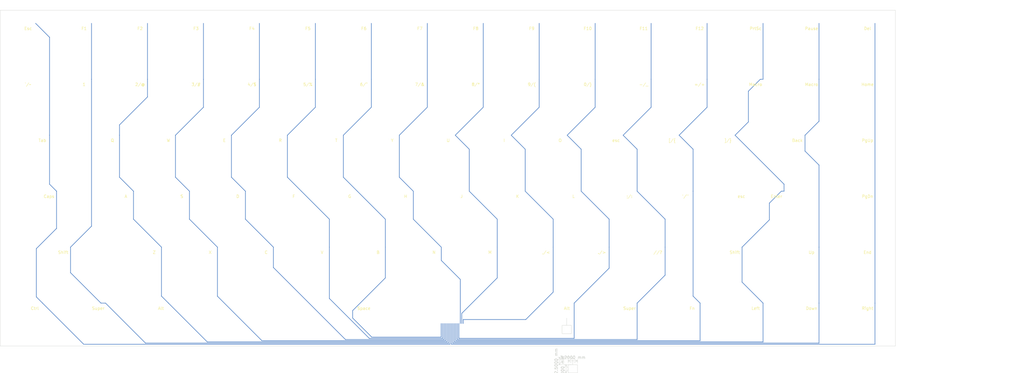
<source format=kicad_pcb>
(kicad_pcb (version 20211014) (generator pcbnew)

  (general
    (thickness 1.6)
  )

  (paper "A4")
  (layers
    (0 "F.Cu" signal)
    (31 "B.Cu" signal)
    (32 "B.Adhes" user "B.Adhesive")
    (33 "F.Adhes" user "F.Adhesive")
    (34 "B.Paste" user)
    (35 "F.Paste" user)
    (36 "B.SilkS" user "B.Silkscreen")
    (37 "F.SilkS" user "F.Silkscreen")
    (38 "B.Mask" user)
    (39 "F.Mask" user)
    (40 "Dwgs.User" user "User.Drawings")
    (41 "Cmts.User" user "User.Comments")
    (42 "Eco1.User" user "User.Eco1")
    (43 "Eco2.User" user "User.Eco2")
    (44 "Edge.Cuts" user)
    (45 "Margin" user)
    (46 "B.CrtYd" user "B.Courtyard")
    (47 "F.CrtYd" user "F.Courtyard")
    (48 "B.Fab" user)
    (49 "F.Fab" user)
    (50 "User.1" user)
    (51 "User.2" user)
    (52 "User.3" user)
    (53 "User.4" user)
    (54 "User.5" user)
    (55 "User.6" user)
    (56 "User.7" user)
    (57 "User.8" user)
    (58 "User.9" user)
  )

  (setup
    (pad_to_mask_clearance 0)
    (pcbplotparams
      (layerselection 0x00010fc_ffffffff)
      (disableapertmacros false)
      (usegerberextensions false)
      (usegerberattributes true)
      (usegerberadvancedattributes true)
      (creategerberjobfile true)
      (svguseinch false)
      (svgprecision 6)
      (excludeedgelayer true)
      (plotframeref false)
      (viasonmask false)
      (mode 1)
      (useauxorigin false)
      (hpglpennumber 1)
      (hpglpenspeed 20)
      (hpglpendiameter 15.000000)
      (dxfpolygonmode true)
      (dxfimperialunits true)
      (dxfusepcbnewfont true)
      (psnegative false)
      (psa4output false)
      (plotreference true)
      (plotvalue true)
      (plotinvisibletext false)
      (sketchpadsonfab false)
      (subtractmaskfromsilk false)
      (outputformat 1)
      (mirror false)
      (drillshape 1)
      (scaleselection 1)
      (outputdirectory "")
    )
  )

  (net 0 "")

  (gr_line (start 299.7312 33.0231) (end 147.3312 33.0231) (layer "Dwgs.User") (width 0.2) (tstamp ab1ed57a-6758-4e9c-94f3-f5a1bac6e2f2))
  (gr_line (start 189.88 153.68) (end 189.88 151.18) (layer "Edge.Cuts") (width 0.1) (tstamp 1842b233-cd20-4942-82b4-dae5e490f72f))
  (gr_rect (start 186.21245 140.2981) (end 189.41245 143.0981) (layer "Edge.Cuts") (width 0.1) (fill none) (tstamp 61c45e92-caf5-448b-9199-a64c21702d15))
  (gr_rect (start 188.28 153.68) (end 191.48 156.48) (layer "Edge.Cuts") (width 0.1) (fill none) (tstamp 99679f45-e724-443c-bb92-de5a1ec9dafc))
  (gr_line (start 187.81245 140.2981) (end 187.81245 137.7981) (layer "Edge.Cuts") (width 0.1) (tstamp bc68b787-35a4-4c0d-8b63-2ba1426a52a9))
  (gr_rect (start -5.06 33.03) (end 299.72 147.32) (layer "Edge.Cuts") (width 0.1) (fill none) (tstamp f16d95d1-ee2c-4884-85b1-39e68ac2c4cd))
  (gr_text "G" (at 113.9302 96.3961) (layer "F.SilkS") (tstamp 019187ab-cc19-46d2-91ed-316b866b8a67)
    (effects (font (size 1 1) (thickness 0.15)))
  )
  (gr_text "I" (at 166.5082 77.3461) (layer "F.SilkS") (tstamp 01a7d869-1034-4b60-b6ad-03d0b4aab332)
    (effects (font (size 1 1) (thickness 0.15)))
  )
  (gr_text "Q" (at 33.1582 77.3461) (layer "F.SilkS") (tstamp 037571e3-e15a-4990-b867-31563a63da68)
    (effects (font (size 1 1) (thickness 0.15)))
  )
  (gr_text "X" (at 66.4322 115.4461) (layer "F.SilkS") (tstamp 058212d5-2535-4365-a98c-b5a69d5789c8)
    (effects (font (size 1 1) (thickness 0.15)))
  )
  (gr_text "Caps" (at 11.5682 96.3961) (layer "F.SilkS") (tstamp 0742baba-cf6d-46a9-814b-522ddbf047fc)
    (effects (font (size 1 1) (thickness 0.15)))
  )
  (gr_text "D" (at 75.8302 96.3961) (layer "F.SilkS") (tstamp 0bf84b2d-d821-4c3b-a522-2d3b628e2912)
    (effects (font (size 1 1) (thickness 0.15)))
  )
  (gr_text "Left" (at 252.1062 134.4961) (layer "F.SilkS") (tstamp 0c0ac674-e0cc-49e9-9b57-4e06ecaba218)
    (effects (font (size 1 1) (thickness 0.15)))
  )
  (gr_text "PgUp" (at 290.2062 77.3461) (layer "F.SilkS") (tstamp 0ddd84e7-fa72-4584-94d2-f69072a8909c)
    (effects (font (size 1 1) (thickness 0.15)))
  )
  (gr_text "Home" (at 290.2062 58.2961) (layer "F.SilkS") (tstamp 0ef6fe40-846a-4f8c-8bc1-b5558c2e449a)
    (effects (font (size 1 1) (thickness 0.15)))
  )
  (gr_text "=/+" (at 233.0562 58.2961) (layer "F.SilkS") (tstamp 0f5c5c27-5644-4bd6-b36b-bf71d8b0530b)
    (effects (font (size 1 1) (thickness 0.15)))
  )
  (gr_text "F10" (at 194.9562 39.2461) (layer "F.SilkS") (tstamp 0fe36832-ff01-40be-a63c-35667777e30c)
    (effects (font (size 1 1) (thickness 0.15)))
  )
  (gr_text "F11" (at 214.0062 39.2461) (layer "F.SilkS") (tstamp 15054771-ea8f-4fc2-9d73-a93bed9364d2)
    (effects (font (size 1 1) (thickness 0.15)))
  )
  (gr_text "Super" (at 28.3322 134.4961) (layer "F.SilkS") (tstamp 1cb032da-8fa5-4330-b4ce-c442106d0de1)
    (effects (font (size 1 1) (thickness 0.15)))
  )
  (gr_text "./>" (at 199.7822 115.4461) (layer "F.SilkS") (tstamp 29cc138a-7511-429d-a61d-22b4c82c3fa8)
    (effects (font (size 1 1) (thickness 0.15)))
  )
  (gr_text "J" (at 152.0302 96.3961) (layer "F.SilkS") (tstamp 2a06bd45-33ba-42fd-96a6-8a6f74f6047f)
    (effects (font (size 1 1) (thickness 0.15)))
  )
  (gr_text "F5" (at 99.7062 39.2461) (layer "F.SilkS") (tstamp 2d2e5e71-4996-4b6c-b240-f48cf834cc87)
    (effects (font (size 1 1) (thickness 0.15)))
  )
  (gr_text "S" (at 56.7802 96.3961) (layer "F.SilkS") (tstamp 2e8ed531-96e8-42be-aa05-d500c2408b2d)
    (effects (font (size 1 1) (thickness 0.15)))
  )
  (gr_text "Pause" (at 271.1562 39.2461) (layer "F.SilkS") (tstamp 30f0da1e-95c0-41c9-a404-13350fcd4f8b)
    (effects (font (size 1 1) (thickness 0.15)))
  )
  (gr_text "F4" (at 80.6562 39.2461) (layer "F.SilkS") (tstamp 33b2a0dc-d2a1-4e6b-a33d-9309de6dc0a6)
    (effects (font (size 1 1) (thickness 0.15)))
  )
  (gr_text "Enter" (at 259.2182 96.3961) (layer "F.SilkS") (tstamp 35434f93-d4a3-4186-b3e2-8a8d2ecbfa73)
    (effects (font (size 1 1) (thickness 0.15)))
  )
  (gr_text "Up" (at 271.1562 115.4461) (layer "F.SilkS") (tstamp 368b12b5-3a87-4264-a1a5-bbefe5287483)
    (effects (font (size 1 1) (thickness 0.15)))
  )
  (gr_text "K" (at 171.0802 96.3961) (layer "F.SilkS") (tstamp 39ccb19c-98c7-4105-826a-dcece2eaa931)
    (effects (font (size 1 1) (thickness 0.15)))
  )
  (gr_text ";/:" (at 209.1802 96.3961) (layer "F.SilkS") (tstamp 3bd93536-6576-4058-9e12-e61c75790c10)
    (effects (font (size 1 1) (thickness 0.15)))
  )
  (gr_text "//?" (at 218.8322 115.4461) (layer "F.SilkS") (tstamp 3c99ca0b-2ed6-43d8-8d7b-0a410421467e)
    (effects (font (size 1 1) (thickness 0.15)))
  )
  (gr_text "1" (at 23.5062 58.2961) (layer "F.SilkS") (tstamp 3e56692d-d3a4-4861-8b4b-36408bae1c4a)
    (effects (font (size 1 1) (thickness 0.15)))
  )
  (gr_text "9/(" (at 175.9062 58.2961) (layer "F.SilkS") (tstamp 41374755-3bf5-442c-8a0f-a986b82c009b)
    (effects (font (size 1 1) (thickness 0.15)))
  )
  (gr_text "B" (at 123.5822 115.4461) (layer "F.SilkS") (tstamp 4142ba6d-9625-4e59-afef-b8e419c88ea1)
    (effects (font (size 1 1) (thickness 0.15)))
  )
  (gr_text "esc" (at 247.2802 96.3961) (layer "F.SilkS") (tstamp 4802ab3b-90fb-4743-871a-fe33df76547e)
    (effects (font (size 1 1) (thickness 0.15)))
  )
  (gr_text "4/$" (at 80.6562 58.2961) (layer "F.SilkS") (tstamp 4db042fb-ba55-4769-a598-9c210b8d34c6)
    (effects (font (size 1 1) (thickness 0.15)))
  )
  (gr_text "Fn" (at 230.5162 134.4961) (layer "F.SilkS") (tstamp 4df1056a-5206-4450-8b82-2cbf60922e94)
    (effects (font (size 1 1) (thickness 0.15)))
  )
  (gr_text "T" (at 109.3582 77.3461) (layer "F.SilkS") (tstamp 53198bf9-35a8-463a-a79b-f603a3a241c9)
    (effects (font (size 1 1) (thickness 0.15)))
  )
  (gr_text "M" (at 161.6822 115.4461) (layer "F.SilkS") (tstamp 564b8b85-be3d-4446-80a4-2445ee915b3f)
    (effects (font (size 1 1) (thickness 0.15)))
  )
  (gr_text "E" (at 71.2582 77.3461) (layer "F.SilkS") (tstamp 5752e9d5-999b-4939-aad9-3c7e7e555e2a)
    (effects (font (size 1 1) (thickness 0.15)))
  )
  (gr_text "-/_" (at 214.0062 58.2961) (layer "F.SilkS") (tstamp 5e7c6a56-2f69-46ca-a0d0-370deb78a5fd)
    (effects (font (size 1 1) (thickness 0.15)))
  )
  (gr_text "Super" (at 209.1802 134.4961) (layer "F.SilkS") (tstamp 5eec2735-e2b4-4491-baa1-a5d9b398b490)
    (effects (font (size 1 1) (thickness 0.15)))
  )
  (gr_text ",/<" (at 180.7322 115.4461) (layer "F.SilkS") (tstamp 67e7e701-3713-4abd-b617-99ec606b886a)
    (effects (font (size 1 1) (thickness 0.15)))
  )
  (gr_text "C" (at 85.4822 115.4461) (layer "F.SilkS") (tstamp 6b6b64ca-4067-4cb3-92ae-2d3e324ae08e)
    (effects (font (size 1 1) (thickness 0.15)))
  )
  (gr_text "Del" (at 290.2062 39.2461) (layer "F.SilkS") (tstamp 6bce1374-1d7b-48fe-816d-8a2db1c3bd84)
    (effects (font (size 1 1) (thickness 0.15)))
  )
  (gr_text "'/{dblquote}" (at 228.2302 96.3961) (layer "F.SilkS") (tstamp 6e7b181e-7d56-4cee-91d3-8f85adf7a143)
    (effects (font (size 1 1) (thickness 0.15)))
  )
  (gr_text "L" (at 190.1302 96.3961) (layer "F.SilkS") (tstamp 6f20b2c9-ef09-436b-9992-4c1806bf8989)
    (effects (font (size 1 1) (thickness 0.15)))
  )
  (gr_text "Right" (at 290.2062 134.4961) (layer "F.SilkS") (tstamp 77455e56-2030-4fd3-ba8c-a53c04ab52cc)
    (effects (font (size 1 1) (thickness 0.15)))
  )
  (gr_text "PgDn" (at 290.2062 96.3961) (layer "F.SilkS") (tstamp 7f4ecbee-44b1-44a6-97bc-46263c9af5bf)
    (effects (font (size 1 1) (thickness 0.15)))
  )
  (gr_text "Macro" (at 271.1562 58.2961) (layer "F.SilkS") (tstamp 81024845-11d5-43ac-a875-f94f38f730fd)
    (effects (font (size 1 1) (thickness 0.15)))
  )
  (gr_text "3/#" (at 61.6062 58.2961) (layer "F.SilkS") (tstamp 8344f6cb-d7de-47e7-99be-9813cf546eff)
    (effects (font (size 1 1) (thickness 0.15)))
  )
  (gr_text "A" (at 37.7302 96.3961) (layer "F.SilkS") (tstamp 86f2205d-61b8-4993-8840-a0e196bd4d4c)
    (effects (font (size 1 1) (thickness 0.15)))
  )
  (gr_text "Ctrl" (at 6.7422 134.4961) (layer "F.SilkS") (tstamp 8ce6a9dc-c62e-49f5-84a1-13f98e3821ed)
    (effects (font (size 1 1) (thickness 0.15)))
  )
  (gr_text "esc" (at 204.6082 77.3461) (layer "F.SilkS") (tstamp 8e29ea46-6d3e-4521-ac82-6088e37a3a26)
    (effects (font (size 1 1) (thickness 0.15)))
  )
  (gr_text "Y" (at 128.4082 77.3461) (layer "F.SilkS") (tstamp 8e775c34-5ef6-4611-b64c-844da1452d4c)
    (effects (font (size 1 1) (thickness 0.15)))
  )
  (gr_text "7/&" (at 137.8062 58.2961) (layer "F.SilkS") (tstamp 8e9383ba-f17b-461b-8a53-24370f63ae32)
    (effects (font (size 1 1) (thickness 0.15)))
  )
  (gr_text "5/%" (at 99.7062 58.2961) (layer "F.SilkS") (tstamp 96558a14-2a26-4dde-81dc-b8feafc5fc4e)
    (effects (font (size 1 1) (thickness 0.15)))
  )
  (gr_text "R" (at 90.3082 77.3461) (layer "F.SilkS") (tstamp 99a086bc-4ed6-42d3-bc94-1ea77108b6fa)
    (effects (font (size 1 1) (thickness 0.15)))
  )
  (gr_text "`/~" (at 4.4562 58.2961) (layer "F.SilkS") (tstamp 9c482003-dc27-4781-8c04-cd8e8185765f)
    (effects (font (size 1 1) (thickness 0.15)))
  )
  (gr_text "F8" (at 156.8562 39.2461) (layer "F.SilkS") (tstamp a1258eba-cebb-4ace-979d-7c80b9c24675)
    (effects (font (size 1 1) (thickness 0.15)))
  )
  (gr_text "]/}" (at 242.7082 77.3461) (layer "F.SilkS") (tstamp a200e4ed-f37b-47e2-83d6-8b0b273897f2)
    (effects (font (size 1 1) (thickness 0.15)))
  )
  (gr_text "2/@" (at 42.5562 58.2961) (layer "F.SilkS") (tstamp a65a4b05-f058-4d1a-b7f2-25efe5624a41)
    (effects (font (size 1 1) (thickness 0.15)))
  )
  (gr_text "0/)" (at 194.9562 58.2961) (layer "F.SilkS") (tstamp a94df551-972c-4d1d-ab9e-9cea805c4862)
    (effects (font (size 1 1) (thickness 0.15)))
  )
  (gr_text "W" (at 52.2082 77.3461) (layer "F.SilkS") (tstamp ab12d10e-e553-4754-a00e-aecda9ebaae3)
    (effects (font (size 1 1) (thickness 0.15)))
  )
  (gr_text "F6" (at 118.7562 39.2461) (layer "F.SilkS") (tstamp ad2a339a-78e3-4d38-b85a-3c280267562f)
    (effects (font (size 1 1) (thickness 0.15)))
  )
  (gr_text "V" (at 104.5322 115.4461) (layer "F.SilkS") (tstamp b3398549-5f15-41ba-b93d-f28302845856)
    (effects (font (size 1 1) (thickness 0.15)))
  )
  (gr_text "F7" (at 137.8062 39.2461) (layer "F.SilkS") (tstamp b6ee6861-5817-4c88-9d4d-a1cb95aff2c8)
    (effects (font (size 1 1) (thickness 0.15)))
  )
  (gr_text "PrtSc" (at 252.1062 39.2461) (layer "F.SilkS") (tstamp b90e8928-a3b4-49bd-a4d6-eab4a696611d)
    (effects (font (size 1 1) (thickness 0.15)))
  )
  (gr_text "F2" (at 42.5562 39.2461) (layer "F.SilkS") (tstamp bd219245-1bff-44d0-8546-5a318aff8ef2)
    (effects (font (size 1 1) (thickness 0.15)))
  )
  (gr_text "Space" (at 118.7562 134.4961) (layer "F.SilkS") (tstamp bdcfa152-d452-4698-9008-daea21b95d36)
    (effects (font (size 1 1) (thickness 0.15)))
  )
  (gr_text "Shift" (at 16.3942 115.4461) (layer "F.SilkS") (tstamp be063db1-7fa0-49b6-9f4b-fbec5c2d61cc)
    (effects (font (size 1 1) (thickness 0.15)))
  )
  (gr_text "Macro" (at 252.1062 58.2961) (layer "F.SilkS") (tstamp bfdf4738-46c9-4ea0-b3b1-02550e48c504)
    (effects (font (size 1 1) (thickness 0.15)))
  )
  (gr_text "Esc" (at 4.4562 39.2461) (layer "F.SilkS") (tstamp c0c04e9a-0443-494a-bf57-f3680fab7b97)
    (effects (font (size 1 1) (thickness 0.15)))
  )
  (gr_text "F1" (at 23.5062 39.2461) (layer "F.SilkS") (tstamp c2742b4a-24bb-4d83-99c4-c61c139e39c9)
    (effects (font (size 1 1) (thickness 0.15)))
  )
  (gr_text "Alt" (at 187.8442 134.4961) (layer "F.SilkS") (tstamp c6372c8c-5cc9-4965-adec-66535ad862f4)
    (effects (font (size 1 1) (thickness 0.15)))
  )
  (gr_text "[/{" (at 223.6582 77.3461) (layer "F.SilkS") (tstamp c9cb72df-a51f-479e-8ce4-8df10f9ee399)
    (effects (font (size 1 1) (thickness 0.15)))
  )
  (gr_text "End" (at 290.2062 115.4461) (layer "F.SilkS") (tstamp d126de35-cf34-4405-b458-c8ae4075297a)
    (effects (font (size 1 1) (thickness 0.15)))
  )
  (gr_text "8/*" (at 156.8562 58.2961) (layer "F.SilkS") (tstamp d13de194-040e-46fc-91f9-0bfc80177c68)
    (effects (font (size 1 1) (thickness 0.15)))
  )
  (gr_text "Down" (at 271.1562 134.4961) (layer "F.SilkS") (tstamp d5430c04-5809-4777-a7f1-346c48092e0d)
    (effects (font (size 1 1) (thickness 0.15)))
  )
  (gr_text "Shift" (at 244.9942 115.4461) (layer "F.SilkS") (tstamp debe83b3-c56c-4a70-9b1e-ed6185043176)
    (effects (font (size 1 1) (thickness 0.15)))
  )
  (gr_text "U" (at 147.4582 77.3461) (layer "F.SilkS") (tstamp dfd3382a-d287-4c66-8326-b12077759393)
    (effects (font (size 1 1) (thickness 0.15)))
  )
  (gr_text "6/^" (at 118.7562 58.2961) (layer "F.SilkS") (tstamp e6685124-47d9-4cd4-ab27-467c1c1df676)
    (effects (font (size 1 1) (thickness 0.15)))
  )
  (gr_text "F" (at 94.8802 96.3961) (layer "F.SilkS") (tstamp e80fb21b-31ee-41e9-acfd-29b7a8d74a5c)
    (effects (font (size 1 1) (thickness 0.15)))
  )
  (gr_text "Alt" (at 49.6682 134.4961) (layer "F.SilkS") (tstamp e8edc2ff-4ccb-4bb9-b87e-a742c86b6326)
    (effects (font (size 1 1) (thickness 0.15)))
  )
  (gr_text "F3" (at 61.6062 39.2461) (layer "F.SilkS") (tstamp eb9204d2-95db-4fa8-80e6-fcad9ecdf6c4)
    (effects (font (size 1 1) (thickness 0.15)))
  )
  (gr_text "F12" (at 233.0562 39.2461) (layer "F.SilkS") (tstamp edab8495-02e8-4431-b780-f7d5508552e4)
    (effects (font (size 1 1) (thickness 0.15)))
  )
  (gr_text "H" (at 132.9802 96.3961) (layer "F.SilkS") (tstamp eeb02138-be8f-448f-ae21-f19a3083809f)
    (effects (font (size 1 1) (thickness 0.15)))
  )
  (gr_text "Z" (at 47.3822 115.4461) (layer "F.SilkS") (tstamp ef489f46-8746-4c11-b2a1-b2cbe377a0fb)
    (effects (font (size 1 1) (thickness 0.15)))
  )
  (gr_text "N" (at 142.6322 115.4461) (layer "F.SilkS") (tstamp ef552e7e-2705-43b3-ac43-ae98ca4ccb4a)
    (effects (font (size 1 1) (thickness 0.15)))
  )
  (gr_text "Back" (at 266.3302 77.3461) (layer "F.SilkS") (tstamp f05e4d28-3ac9-4916-a87c-7712c866c4b0)
    (effects (font (size 1 1) (thickness 0.15)))
  )
  (gr_text "Tab" (at 9.2822 77.3461) (layer "F.SilkS") (tstamp f68aff78-2b2c-4212-bf36-ce990ff00603)
    (effects (font (size 1 1) (thickness 0.15)))
  )
  (gr_text "O" (at 185.5582 77.3461) (layer "F.SilkS") (tstamp fb0d7d3d-5d94-4e46-89cd-780b7da8238f)
    (effects (font (size 1 1) (thickness 0.15)))
  )
  (gr_text "F9" (at 175.9062 39.2461) (layer "F.SilkS") (tstamp fdcea87f-86aa-4c1e-883f-a98baf528067)
    (effects (font (size 1 1) (thickness 0.15)))
  )
  (gr_text "+ design plan +\n- keeb matrix pcb \n- connect keeb matrix PGA2040\n" (at 324.4828 37.4705) (layer "Dwgs.User") (tstamp 05167bae-fd5f-4ada-9655-7812eaada019)
    (effects (font (size 1.5 1.5) (thickness 0.3)))
  )
  (gr_text "CONN NEEDS TO STAY ON THE SAME X POSITION!!!!" (at 147.4582 149.9901) (layer "Cmts.User") (tstamp 6a752c93-d5a6-4c21-b636-a4d0be01019e)
    (effects (font (size 1 1) (thickness 0.15)))
  )
  (dimension (type aligned) (layer "Dwgs.User") (tstamp 8cc9c278-5fe3-4e67-a341-e067c464b8d6)
    (pts (xy 147.33 33.03) (xy 299.7312 33.0231))
    (height -1.498605)
    (gr_text "152.4012 mm" (at 223.53048 30.377945 0.002594079826) (layer "Dwgs.User") (tstamp b79eb81d-9b87-46d6-b2d1-9c5ff4ec7926)
      (effects (font (size 1 1) (thickness 0.15)))
    )
    (format (units 3) (units_format 1) (precision 4))
    (style (thickness 0.2) (arrow_length 1.5) (text_position_mode 0) (extension_height 0.58642) (extension_offset 0.5) keep_text_aligned)
  )
  (dimension (type aligned) (layer "Edge.Cuts") (tstamp 2b448618-3163-4e01-ad29-2ddb701a3d75)
    (pts (xy 188.28 156.48) (xy 188.28 153.68))
    (height -0.7)
    (gr_text "2.8000 mm" (at 186.43 155.08 90) (layer "Edge.Cuts") (tstamp db848ec8-d9cc-49e6-a9dd-0f4d0301b4ef)
      (effects (font (size 1 1) (thickness 0.15)))
    )
    (format (units 3) (units_format 1) (precision 4))
    (style (thickness 0.1) (arrow_length 1.27) (text_position_mode 0) (extension_height 0.58642) (extension_offset 0.5) keep_text_aligned)
  )
  (dimension (type aligned) (layer "Edge.Cuts") (tstamp afef2b07-0e99-4ce3-b755-f60bda253df0)
    (pts (xy 188.28 153.68) (xy 191.48 153.68))
    (height -1.3)
    (gr_text "3.2000 mm" (at 189.88 151.23) (layer "Edge.Cuts") (tstamp 71cc339b-1f18-486c-a44c-43f2c3b9b526)
      (effects (font (size 1 1) (thickness 0.15)))
    )
    (format (units 3) (units_format 1) (precision 4))
    (style (thickness 0.1) (arrow_length 1.27) (text_position_mode 0) (extension_height 0.58642) (extension_offset 0.5) keep_text_aligned)
  )
  (dimension (type aligned) (layer "Edge.Cuts") (tstamp f68acc46-0063-4827-8076-b1c61e43ab45)
    (pts (xy 189.88 153.68) (xy 189.88 151.18))
    (height -4.5)
    (gr_text "2.5000 mm" (at 184.23 152.43 90) (layer "Edge.Cuts") (tstamp 6dc3ad96-abfd-4309-b76d-408a87e3424f)
      (effects (font (size 1 1) (thickness 0.15)))
    )
    (format (units 3) (units_format 1) (precision 4))
    (style (thickness 0.1) (arrow_length 1.27) (text_position_mode 0) (extension_height 0.58642) (extension_offset 0.5) keep_text_aligned)
  )

  (segment (start 202.2587 104.1431) (end 192.7337 94.6181) (width 0.2) (layer "B.Cu") (net 0) (tstamp 02e64d87-3547-4b0b-a548-3a9961c92d21))
  (segment (start 256.799949 104.370601) (end 256.799949 98.683276) (width 0.2) (layer "B.Cu") (net 0) (tstamp 02e89b76-b899-494e-8b97-ddf539fcfa47))
  (segment (start 111.7712 75.5681) (end 111.7712 89.8556) (width 0.2) (layer "B.Cu") (net 0) (tstamp 049ea2d6-d287-4eea-87be-afc4f8382057))
  (segment (start 253.721375 56.5181) (end 254.6462 56.5181) (width 0.2) (layer "B.Cu") (net 0) (tstamp 058db1ef-be96-4957-9ebd-ef98fd38c335))
  (segment (start 211.7837 145.12) (end 150.5812 145.12) (width 0.2) (layer "B.Cu") (net 0) (tstamp 07e47ed6-8fb0-481c-8186-0c41fb077d29))
  (segment (start 121.2962 56.5181) (end 121.2962 37.4681) (width 0.2) (layer "B.Cu") (net 0) (tstamp 0874921b-0ba7-4d18-a7dc-570ffe7348c6))
  (segment (start 164.1587 124.1358) (end 164.1587 113.6681) (width 0.2) (layer "B.Cu") (net 0) (tstamp 087d71ce-5cf6-4a18-bf15-7067b36090ad))
  (segment (start 273.6962 113.6681) (end 273.6962 132.7181) (width 0.2) (layer "B.Cu") (net 0) (tstamp 0b7c5601-a852-419b-bdd6-81d0ae525ef2))
  (segment (start 78.4337 104.1431) (end 87.9587 113.6681) (width 0.2) (layer "B.Cu") (net 0) (tstamp 0bcbb4eb-76cd-4a3c-8754-5ada27a338f3))
  (segment (start 30.8087 132.7181) (end 44.4106 146.32) (width 0.2) (layer "B.Cu") (net 0) (tstamp 0cbfd315-2984-4c13-a121-2d3978e38da9))
  (segment (start 190.35245 144.72) (end 151.0812 144.72) (width 0.2) (layer "B.Cu") (net 0) (tstamp 0ce2e150-1ee1-42fd-9ea1-5bcceb2cf5c6))
  (segment (start 145.1087 113.6681) (end 145.1087 118.1766) (width 0.2) (layer "B.Cu") (net 0) (tstamp 0dc94e59-8483-46d9-a8bb-19d714ba03f0))
  (segment (start 164.1587 104.1431) (end 154.6337 94.6181) (width 0.2) (layer "B.Cu") (net 0) (tstamp 0f276f86-a750-4f8e-b63c-ed827fd11b28))
  (segment (start 120.5981 144.72) (end 107.0087 131.1306) (width 0.2) (layer "B.Cu") (net 0) (tstamp 0fd32eee-5148-44c2-8318-82a6931086da))
  (segment (start 150.0812 145.52) (end 150.0812 139.6633) (width 0.2) (layer "B.Cu") (net 0) (tstamp 110c9339-4778-43f1-b957-3f0ff3960a64))
  (segment (start 292.7462 146.72) (end 148.5812 146.72) (width 0.2) (layer "B.Cu") (net 0) (tstamp 118872fe-fc33-4322-bcc3-f1d807d8cf9b))
  (segment (start 221.3087 113.6681) (end 221.3087 104.1431) (width 0.2) (layer "B.Cu") (net 0) (tstamp 13b076f7-ce59-4aea-b25a-37d9b9d173a3))
  (segment (start 211.7837 94.6181) (end 211.7837 80.3306) (width 0.2) (layer "B.Cu") (net 0) (tstamp 13c24a28-a6ab-4878-b037-6de01d58a5f4))
  (segment (start 135.5837 104.1431) (end 135.5837 94.6181) (width 0.2) (layer "B.Cu") (net 0) (tstamp 1468eb41-dfdf-42bb-af63-554cec6c14d0))
  (segment (start 6.9962 37.4681) (end 11.7587 42.2306) (width 0.2) (layer "B.Cu") (net 0) (tstamp 15ebf7bd-f1af-4265-bf5e-4babeb26cbd1))
  (segment (start 254.6462 56.5181) (end 254.6462 37.4681) (width 0.2) (layer "B.Cu") (net 0) (tstamp 17a6305b-4105-4085-8b7a-c740b94d5b7d))
  (segment (start 245.1212 75.5681) (end 249.656199 71.033101) (width 0.2) (layer "B.Cu") (net 0) (tstamp 183a823a-9cfa-431b-90d3-7c667656233a))
  (segment (start 140.3462 66.0431) (end 130.8212 75.5681) (width 0.2) (layer "B.Cu") (net 0) (tstamp 186e2198-d4ea-4c65-bf90-b26404dd034e))
  (segment (start 247.50245 113.6681) (end 247.50245 125.57435) (width 0.2) (layer "B.Cu") (net 0) (tstamp 1ca79a01-85bd-4e96-8c45-80cbd84dca7c))
  (segment (start 233.21495 132.7181) (end 233.21495 145.52) (width 0.2) (layer "B.Cu") (net 0) (tstamp 1ddc9413-26ae-4685-b049-636b3c98749a))
  (segment (start 83.1962 66.0431) (end 73.6712 75.5681) (width 0.2) (layer "B.Cu") (net 0) (tstamp 1fa4cfca-5818-40f5-b655-49bbdb9f70f5))
  (segment (start 40.3337 104.1431) (end 49.8587 113.6681) (width 0.2) (layer "B.Cu") (net 0) (tstamp 20eb469c-73a0-421c-a5ea-561c67de5079))
  (segment (start 14.13995 107.28635) (end 7.2502 114.1761) (width 0.2) (layer "B.Cu") (net 0) (tstamp 22583bd7-4378-4562-996a-ba45d232836b))
  (segment (start 145.5812 144.72) (end 120.5981 144.72) (width 0.2) (layer "B.Cu") (net 0) (tstamp 22df82d5-41ca-44b6-bbb0-65165a18c857))
  (segment (start 187.9712 75.5681) (end 197.4962 66.0431) (width 0.2) (layer "B.Cu") (net 0) (tstamp 22e9616c-b6f5-4b17-acf6-c14823766d0e))
  (segment (start 73.6712 89.8556) (end 78.4337 94.6181) (width 0.2) (layer "B.Cu") (net 0) (tstamp 23b937db-2ce8-4660-a058-ecdef8096f53))
  (segment (start 7.2502 114.1761) (end 7.2502 130.59085) (width 0.2) (layer "B.Cu") (net 0) (tstamp 2463298c-2e63-437b-b050-6e073cdbdab6))
  (segment (start 83.1962 56.5181) (end 83.1962 66.0431) (width 0.2) (layer "B.Cu") (net 0) (tstamp 24685c36-e168-4a10-96b3-ea3e165b6d29))
  (segment (start 211.7837 132.7181) (end 211.7837 145.12) (width 0.2) (layer "B.Cu") (net 0) (tstamp 25bd21f3-2993-417f-9f2a-e4bbf08014c7))
  (segment (start 102.2462 66.0431) (end 102.2462 56.5181) (width 0.2) (layer "B.Cu") (net 0) (tstamp 266ae4b8-e354-4164-9e6a-23e0e7f89f13))
  (segment (start 154.6337 80.3306) (end 149.8712 75.5681) (width 0.2) (layer "B.Cu") (net 0) (tstamp 2afb5b6b-4d63-4ec8-a661-9188fef35bd4))
  (segment (start 126.0587 124.1456) (end 114.9462 135.2581) (width 0.2) (layer "B.Cu") (net 0) (tstamp 2b058361-9d22-4769-b14f-ab6b182a3ff9))
  (segment (start 273.6962 146.32) (end 149.0812 146.32) (width 0.2) (layer "B.Cu") (net 0) (tstamp 2b1a0690-b941-4eb8-8aa1-3969c060c607))
  (segment (start 260.865125 94.6181) (end 261.78995 94.6181) (width 0.2) (layer "B.Cu") (net 0) (tstamp 2de08113-bcff-4321-ba73-630b4a35bec5))
  (segment (start 87.9587 113.6681) (end 87.9587 120.5896) (width 0.2) (layer "B.Cu") (net 0) (tstamp 2f5e5628-2741-4221-8ef1-be413b04318e))
  (segment (start 256.799949 98.683276) (end 260.865125 94.6181) (width 0.2) (layer "B.Cu") (net 0) (tstamp 32dbe281-0105-4d1c-8964-907b0ebe8a9a))
  (segment (start 273.6962 132.7181) (end 273.6962 146.32) (width 0.2) (layer "B.Cu") (net 0) (tstamp 33bda918-a541-4e42-9862-aff2fd46834d))
  (segment (start 235.5962 66.0431) (end 235.5962 56.5181) (width 0.2) (layer "B.Cu") (net 0) (tstamp 34467254-7fdc-4dcf-8db9-ceb4518ff113))
  (segment (start 107.0087 113.6681) (end 107.0087 104.1431) (width 0.2) (layer "B.Cu") (net 0) (tstamp 35877ffd-5181-4538-bced-aff95d9e9140))
  (segment (start 45.0962 56.5181) (end 45.0962 62.522925) (width 0.2) (layer "B.Cu") (net 0) (tstamp 362eae5e-553e-4c08-a3ae-a8071c7b87f3))
  (segment (start 29.253066 132.7181) (end 18.90245 122.367484) (width 0.2) (layer "B.Cu") (net 0) (tstamp 36373fd0-9d48-459c-ab99-bc086d5dd36a))
  (segment (start 18.90245 122.367484) (end 18.90245 113.6681) (width 0.2) (layer "B.Cu") (net 0) (tstamp 3926bf0d-672a-474c-8ffc-87e8949c5926))
  (segment (start 221.3087 104.1431) (end 211.7837 94.6181) (width 0.2) (layer "B.Cu") (net 0) (tstamp 3a01c5e0-db76-429e-91b1-4808e852dd87))
  (segment (start 145.0812 144.32) (end 121.4681 144.32) (width 0.2) (layer "B.Cu") (net 0) (tstamp 3ae7843a-6420-48be-95ba-be74b99abe4d))
  (segment (start 121.2962 66.0431) (end 111.7712 75.5681) (width 0.2) (layer "B.Cu") (net 0) (tstamp 3bd856f8-99f1-4f44-905b-4ef15cf9d400))
  (segment (start 197.4962 66.0431) (end 197.4962 56.5181) (width 0.2) (layer "B.Cu") (net 0) (tstamp 3ce487e5-9106-4527-878b-d7b634221048))
  (segment (start 64.1462 66.0431) (end 54.6212 75.5681) (width 0.2) (layer "B.Cu") (net 0) (tstamp 3da3b050-0843-4f8f-b614-bf94e9bb4d0d))
  (segment (start 26.0462 56.5181) (end 26.0462 106.52435) (width 0.2) (layer "B.Cu") (net 0) (tstamp 3dbd67da-6a17-4a3a-a56d-45c8a8ef02ec))
  (segment (start 207.0212 75.5681) (end 216.5462 66.0431) (width 0.2) (layer "B.Cu") (net 0) (tstamp 3e6c7fd1-8410-4daf-817e-e39a1d7b9d13))
  (segment (start 292.7462 132.7181) (end 292.7462 37.4681) (width 0.2) (layer "B.Cu") (net 0) (tstamp 3e7abce9-f87f-43b0-ab69-91273bb0aad5))
  (segment (start 247.50245 125.57435) (end 254.6462 132.7181) (width 0.2) (layer "B.Cu") (net 0) (tstamp 4215bcca-27d7-4b38-8ccc-fa8e1ed5b25c))
  (segment (start 178.4462 66.0431) (end 178.4462 56.5181) (width 0.2) (layer "B.Cu") (net 0) (tstamp 4258f5f7-fec3-4542-a375-593ab87fbb18))
  (segment (start 249.656199 71.033101) (end 249.656199 60.583276) (width 0.2) (layer "B.Cu") (net 0) (tstamp 42f9032e-a42a-4bea-adb1-03ce6bb2dce3))
  (segment (start 26.0462 56.5181) (end 26.0462 37.4681) (width 0.2) (layer "B.Cu") (net 0) (tstamp 446da130-854d-415e-9fed-936c245448c8))
  (segment (start 230.8337 94.6181) (end 230.8337 130.33685) (width 0.2) (layer "B.Cu") (net 0) (tstamp 45392c4a-0761-47bd-b0e5-5338a4440b9b))
  (segment (start 183.2087 104.1431) (end 173.6837 94.6181) (width 0.2) (layer "B.Cu") (net 0) (tstamp 477dd9b7-19ff-4bd2-8f74-30cc2bd77d26))
  (segment (start 149.0812 146.32) (end 149.0812 139.6633) (width 0.2) (layer "B.Cu") (net 0) (tstamp 48291cc5-f969-4787-a95e-65c64fa00bc2))
  (segment (start 202.2587 120.81185) (end 190.35245 132.7181) (width 0.2) (layer "B.Cu") (net 0) (tstamp 48505fd3-3dd5-40f6-a677-a6dee6bdb8fd))
  (segment (start 92.7212 75.5681) (end 92.7212 89.8556) (width 0.2) (layer "B.Cu") (net 0) (tstamp 48f87bce-a293-49d2-b605-ffb887c09cb5))
  (segment (start 30.8087 132.7181) (end 29.253066 132.7181) (width 0.2) (layer "B.Cu") (net 0) (tstamp 4d280f00-96e6-4661-91aa-d351dcd3a3cc))
  (segment (start 154.6337 94.6181) (end 154.6337 80.3306) (width 0.2) (layer "B.Cu") (net 0) (tstamp 4f6c0a4a-4285-4906-a971-3158d58bf870))
  (segment (start 65.44185 145.92) (end 147.0812 145.92) (width 0.2) (layer "B.Cu") (net 0) (tstamp 4f7d9a85-f5b2-4ae9-97fd-a93e9f5cb777))
  (segment (start 235.5962 56.5181) (end 235.5962 37.4681) (width 0.2) (layer "B.Cu") (net 0) (tstamp 50758b55-3fba-42fe-8ae4-8cdc50900271))
  (segment (start 64.1462 37.4681) (end 64.1462 56.5181) (width 0.2) (layer "B.Cu") (net 0) (tstamp 51a8b102-7b55-4ae4-835a-510dba03c630))
  (segment (start 168.9212 75.5681) (end 178.4462 66.0431) (width 0.2) (layer "B.Cu") (net 0) (tstamp 51dc0ed8-c631-4276-a2cc-4aa2d5f9243c))
  (segment (start 173.8742 138.3061) (end 183.2087 128.9716) (width 0.2) (layer "B.Cu") (net 0) (tstamp 526ddb5a-2267-409b-ab9e-b39f9fa0d4f9))
  (segment (start 52.23995 132.7181) (end 65.44185 145.92) (width 0.2) (layer "B.Cu") (net 0) (tstamp 53c75653-0bc9-4047-bd7c-e75cb1283c58))
  (segment (start 52.23995 132.7181) (end 49.8587 130.33685) (width 0.2) (layer "B.Cu") (net 0) (tstamp 54591745-8bc9-4216-a532-6a094481c2a9))
  (segment (start 114.9462 137.7981) (end 114.9462 135.2581) (width 0.2) (layer "B.Cu") (net 0) (tstamp 55808b2c-436c-4362-ae41-efca32c322fe))
  (segment (start 273.6962 37.4681) (end 273.6962 56.5181) (width 0.2) (layer "B.Cu") (net 0) (tstamp 56a9af97-26c3-4342-b44f-400ae63243c4))
  (segment (start 87.9587 120.5896) (end 112.4891 145.12) (width 0.2) (layer "B.Cu") (net 0) (tstamp 56e86ab6-eab4-4503-943c-eb18cbd65afb))
  (segment (start 159.3962 66.0431) (end 159.3962 56.5181) (width 0.2) (layer "B.Cu") (net 0) (tstamp 5af4f5ae-5439-4c95-aaef-7322f9f4c037))
  (segment (start 45.0962 62.522925) (end 35.5712 72.047925) (width 0.2) (layer "B.Cu") (net 0) (tstamp 5d8983d1-9be1-4a04-99fc-9a2be19a854a))
  (segment (start 78.4337 94.6181) (end 78.4337 104.1431) (width 0.2) (layer "B.Cu") (net 0) (tstamp 5e3674a4-75b2-488d-bafd-bd37fa300930))
  (segment (start 190.35245 132.7181) (end 190.35245 144.72) (width 0.2) (layer "B.Cu") (net 0) (tstamp 60a280c5-e24b-4f24-8dcd-cc1f20ae27f9))
  (segment (start 164.1587 113.6681) (end 164.1587 104.1431) (width 0.2) (layer "B.Cu") (net 0) (tstamp 634f57a5-8a39-4b95-8d74-0feb5f3c3eb4))
  (segment (start 44.4106 146.32) (end 147.5812 146.32) (width 0.2) (layer "B.Cu") (net 0) (tstamp 6429d4bd-4abe-46ef-bbd1-5a4f2eb7f7a9))
  (segment (start 211.7837 132.7181) (end 221.3087 123.1931) (width 0.2) (layer "B.Cu") (net 0) (tstamp 662b4740-3b56-49ad-871d-7374b50af881))
  (segment (start 152.5812 139.6633) (end 152.5812 138.3061) (width 0.2) (layer "B.Cu") (net 0) (tstamp 67a3b1bd-caa6-41d7-8f32-feb558595e61))
  (segment (start 126.0587 113.6681) (end 126.0587 124.1456) (width 0.2) (layer "B.Cu") (net 0) (tstamp 68c72203-7de5-4f9a-8de0-fc4999dd09cd))
  (segment (start 261.78995 94.6181) (end 261.78995 92.23685) (width 0.2) (layer "B.Cu") (net 0) (tstamp 69e8f277-bcd4-4ea6-b362-bdbab9a73ffc))
  (segment (start 35.5712 89.8556) (end 40.3337 94.6181) (width 0.2) (layer "B.Cu") (net 0) (tstamp 6aec38c9-89c4-4c9c-91b6-60e750525d52))
  (segment (start 192.7337 94.6181) (end 192.7337 80.3306) (width 0.2) (layer "B.Cu") (net 0) (tstamp 6b7841c8-4e67-4c91-a703-652005382384))
  (segment (start 84.0601 145.52) (end 146.5812 145.52) (width 0.2) (layer "B.Cu") (net 0) (tstamp 6c65d8d4-8475-44d3-a18e-2ccaafc72902))
  (segment (start 145.0812 139.6633) (end 145.0812 144.32) (width 0.2) (layer "B.Cu") (net 0) (tstamp 6c845963-7207-47c7-8cb7-5d10b50ee6e0))
  (segment (start 92.7212 75.5681) (end 102.2462 66.0431) (width 0.2) (layer "B.Cu") (net 0) (tstamp 6e009dbc-fc58-4908-ab92-a2811d185b4b))
  (segment (start 54.6212 75.5681) (end 54.6212 89.8556) (width 0.2) (layer "B.Cu") (net 0) (tstamp 6e881425-26f0-41f7-806f-cd6107660dee))
  (segment (start 126.0587 113.6681) (end 126.0587 104.1431) (width 0.2) (layer "B.Cu") (net 0) (tstamp 720f2466-ca47-48f0-af7e-112a5d02d8c6))
  (segment (start 111.7712 89.8556) (end 116.5337 94.6181) (width 0.2) (layer "B.Cu") (net 0) (tstamp 7224e74f-e6ce-46a9-93c1-980628c3e836))
  (segment (start 148.5812 146.72) (end 148.5812 139.6633) (width 0.2) (layer "B.Cu") (net 0) (tstamp 7865a480-b215-4360-84c6-b8ae38c55cf1))
  (segment (start 11.7587 75.5681) (end 11.7587 92.23685) (width 0.2) (layer "B.Cu") (net 0) (tstamp 7b0f17b7-3cf8-4cd1-8c8b-5b9811f6e72b))
  (segment (start 233.21495 145.52) (end 150.0812 145.52) (width 0.2) (layer "B.Cu") (net 0) (tstamp 7e4c62cd-5819-4747-80d5-1ca65f454813))
  (segment (start 149.8712 75.5681) (end 159.3962 66.0431) (width 0.2) (layer "B.Cu") (net 0) (tstamp 7ed652ef-a80f-4bc7-ba27-4af1a9d6748a))
  (segment (start 183.2087 128.9716) (end 183.2087 113.6681) (width 0.2) (layer "B.Cu") (net 0) (tstamp 7f1a5ac4-0bf1-4aff-a21b-69b3fb305e78))
  (segment (start 59.3837 94.6181) (end 59.3837 104.1431) (width 0.2) (layer "B.Cu") (net 0) (tstamp 806beac0-8467-4a96-8895-f39384d04ddd))
  (segment (start 140.3462 56.5181) (end 140.3462 37.4681) (width 0.2) (layer "B.Cu") (net 0) (tstamp 8186809e-0ef4-4db2-bdf9-e5d88fb25415))
  (segment (start 147.5812 146.32) (end 147.5812 139.6633) (width 0.2) (layer "B.Cu") (net 0) (tstamp 84288fc1-b32e-47b9-9df3-e9486fba3509))
  (segment (start 230.8337 130.33685) (end 233.21495 132.7181) (width 0.2) (layer "B.Cu") (net 0) (tstamp 87a5e914-9a34-46c5-9815-ad0c13424ba8))
  (segment (start 159.3962 56.5181) (end 159.3962 37.4681) (width 0.2) (layer "B.Cu") (net 0) (tstamp 882f6b89-131f-4393-959e-21919c5663b1))
  (segment (start 148.0812 146.72) (end 23.37935 146.72) (width 0.2) (layer "B.Cu") (net 0) (tstamp 885c1a26-bb67-49a7-a168-4d49128e13ec))
  (segment (start 140.3462 56.5181) (end 140.3462 66.0431) (width 0.2) (layer "B.Cu") (net 0) (tstamp 891d6a7b-4156-4e33-bcb2-e073f1632b0b))
  (segment (start 45.0962 37.4681) (end 45.0962 56.5181) (width 0.2) (layer "B.Cu") (net 0) (tstamp 894137ab-04ed-4cab-86a7-3b35a0db441c))
  (segment (start 130.8212 89.8556) (end 135.5837 94.6181) (width 0.2) (layer "B.Cu") (net 0) (tstamp 89a525f8-b52f-4396-8aaf-f6edcfd9bcec))
  (segment (start 68.9087 113.6681) (end 68.9087 130.3686) (width 0.2) (layer "B.Cu") (net 0) (tstamp 8a0db3cb-6b79-4d6f-87d0-c76ba17e9ded))
  (segment (start 149.5812 145.92) (end 149.5812 139.6633) (width 0.2) (layer "B.Cu") (net 0) (tstamp 8a82a4b6-9022-4a2b-a756-5718ab097298))
  (segment (start 59.3837 104.1431) (end 68.9087 113.6681) (width 0.2) (layer "B.Cu") (net 0) (tstamp 8cf5d12c-3e1e-4650-b307-6c481f47313d))
  (segment (start 148.0812 139.6633) (end 148.0812 146.72) (width 0.2) (layer "B.Cu") (net 0) (tstamp 90707e75-3b36-40b8-8381-1f1673e6e1ff))
  (segment (start 216.5462 56.5181) (end 216.5462 37.4681) (width 0.2) (layer "B.Cu") (net 0) (tstamp 907b64c1-1546-498a-995c-a5d02a61f56c))
  (segment (start 247.50245 113.6681) (end 256.799949 104.370601) (width 0.2) (layer "B.Cu") (net 0) (tstamp 92da68b4-754b-47b5-91ad-1bfa5d45963d))
  (segment (start 268.9337 80.9656) (end 268.9337 75.5681) (width 0.2) (layer "B.Cu") (net 0) (tstamp 9483f337-9774-481d-bd51-4b8469c1c1b9))
  (segment (start 249.656199 60.583276) (end 253.721375 56.5181) (width 0.2) (layer "B.Cu") (net 0) (tstamp 94c3665c-cbfa-49ae-b72a-212a48d06fe1))
  (segment (start 14.13995 94.6181) (end 14.13995 107.28635) (width 0.2) (layer "B.Cu") (net 0) (tstamp 94e32029-f200-469a-8e2f-48f31fad71a7))
  (segment (start 146.0812 145.12) (end 146.0812 139.6633) (width 0.2) (layer "B.Cu") (net 0) (tstamp 9514abe2-09c5-4e36-b7cd-fd1f690b1b15))
  (segment (start 107.0087 131.1306) (end 107.0087 113.6681) (width 0.2) (layer "B.Cu") (net 0) (tstamp 975f28fa-467b-4dfd-90fe-ef69a80bcf78))
  (segment (start 112.4891 145.12) (end 146.0812 145.12) (width 0.2) (layer "B.Cu") (net 0) (tstamp 9aedad7b-d80e-4a69-a60b-8a04cbb01702))
  (segment (start 173.6837 80.3306) (end 168.9212 75.5681) (width 0.2) (layer "B.Cu") (net 0) (tstamp 9cda0104-0664-4ccb-a066-1ef9f5e241a1))
  (segment (start 126.0587 104.1431) (end 116.5337 94.6181) (width 0.2) (layer "B.Cu") (net 0) (tstamp 9d4fe01e-746c-4d37-ad63-5781e7d740cf))
  (segment (start 192.7337 80.3306) (end 187.9712 75.5681) (width 0.2) (layer "B.Cu") (net 0) (tstamp a852b898-879f-429e-9184-0f632df3c9b7))
  (segment (start 11.7587 42.2306) (end 11.7587 75.5681) (width 0.2) (layer "B.Cu") (net 0) (tstamp aa81c224-8d9b-4f8b-9697-7672bc75ef8c))
  (segment (start 292.7462 132.7181) (end 292.7462 146.72) (width 0.2) (layer "B.Cu") (net 0) (tstamp aca51fe3-6f0a-4a55-8ae1-cbbf0b234441))
  (segment (start 40.3337 94.6181) (end 40.3337 104.1431) (width 0.2) (layer "B.Cu") (net 0) (tstamp ad7c2448-8abb-4241-9676-7a6eec03a31c))
  (segment (start 107.0087 104.1431) (end 97.4837 94.6181) (width 0.2) (layer "B.Cu") (net 0) (tstamp afeb86f4-b3ec-472b-b587-8cd901dedef3))
  (segment (start 230.8337 80.3306) (end 226.0712 75.5681) (width 0.2) (layer "B.Cu") (net 0) (tstamp b085948b-da89-480c-98bc-3ac20f8b6019))
  (segment (start 273.6962 85.7281) (end 268.9337 80.9656) (width 0.2) (layer "B.Cu") (net 0) (tstamp b1b34db0-5c19-48de-9508-b31e5180404e))
  (segment (start 268.9337 75.5681) (end 273.6962 70.8056) (width 0.2) (layer "B.Cu") (net 0) (tstamp b339c2a4-228d-4b3d-81ca-74d97424ee23))
  (segment (start 7.2502 130.59085) (end 9.37745 132.7181) (width 0.2) (layer "B.Cu") (net 0) (tstamp b33e5bee-7630-4d48-aa54-95212fb5bd42))
  (segment (start 216.5462 66.0431) (end 216.5462 56.5181) (width 0.2) (layer "B.Cu") (net 0) (tstamp b58b184e-d7f0-4782-a95a-734875c4a0a9))
  (segment (start 173.6837 94.6181) (end 173.6837 80.3306) (width 0.2) (layer "B.Cu") (net 0) (tstamp b6f619e1-5583-4eb8-93cd-04f39c050534))
  (segment (start 211.7837 80.3306) (end 207.0212 75.5681) (width 0.2) (layer "B.Cu") (net 0) (tstamp b815277e-777e-4fce-9030-88441d905c91))
  (segment (start 64.1462 56.5181) (end 64.1462 66.0431) (width 0.2) (layer "B.Cu") (net 0) (tstamp b81c67ca-4e51-4579-8eef-03830f64cf59))
  (segment (start 49.8587 130.33685) (end 49.8587 113.6681) (width 0.2) (layer "B.Cu") (net 0) (tstamp b9b89856-1b70-40ca-9c4c-124fdfc8e937))
  (segment (start 121.2962 56.5181) (end 121.2962 66.0431) (width 0.2) (layer "B.Cu") (net 0) (tstamp bce145cf-fcd4-4ee4-a111-4fc4a74699f6))
  (segment (start 146.5812 145.52) (end 146.5812 139.6633) (width 0.2) (layer "B.Cu") (net 0) (tstamp bce44088-55be-4031-8ac2-7df53e916b8f))
  (segment (start 273.6962 70.8056) (end 273.6962 56.5181) (width 0.2) (layer "B.Cu") (net 0) (tstamp be9b13fa-f04d-4ae9-95b8-0bcb69e3f554))
  (segment (start 178.4462 56.5181) (end 178.4462 37.4681) (width 0.2) (layer "B.Cu") (net 0) (tstamp beaf1584-ad55-4bfc-b33a-3fccc8c47abd))
  (segment (start 92.7212 89.8556) (end 97.4837 94.6181) (width 0.2) (layer "B.Cu") (net 0) (tstamp bfe2a8fa-b733-4fcc-a76a-94b0141f9b3f))
  (segment (start 11.7587 92.23685) (end 14.13995 94.6181) (width 0.2) (layer "B.Cu") (net 0) (tstamp c45a8f52-eee2-4b8b-9925-4f942168ce71))
  (segment (start 54.6212 89.8556) (end 59.3837 94.6181) (width 0.2) (layer "B.Cu") (net 0) (tstamp c46119e7-837f-4c74-a7f7-c7a118f54bd6))
  (segment (start 152.0812 136.2133) (end 164.1587 124.1358) (width 0.2) (layer "B.Cu") (net 0) (tstamp c5437164-7c9b-4c1a-8470-b5b6a232b10e))
  (segment (start 221.3087 123.1931) (end 221.3087 113.6681) (width 0.2) (layer "B.Cu") (net 0) (tstamp c5a0a176-4c6a-473c-aa96-8f962aa12bd7))
  (segment (start 35.5712 75.5681) (end 35.5712 89.8556) (width 0.2) (layer "B.Cu") (net 0) (tstamp c9f77a93-f6ed-4ed5-8df4-f24380b78f3c))
  (segment (start 152.5812 138.3061) (end 173.8742 138.3061) (width 0.2) (layer "B.Cu") (net 0) (tstamp ca69a6ed-dd7c-4cf0-ab04-fe5d915f12f3))
  (segment (start 35.5712 72.047925) (end 35.5712 75.5681) (width 0.2) (layer "B.Cu") (net 0) (tstamp ca894988-e3e7-4550-8349-1bba01845856))
  (segment (start 254.6462 132.7181) (end 254.6462 145.92) (width 0.2) (layer "B.Cu") (net 0) (tstamp cb5934d5-de86-4cdc-81a8-cb311bb3dc25))
  (segment (start 261.78995 92.23685) (end 245.1212 75.5681) (width 0.2) (layer "B.Cu") (net 0) (tstamp cd7c843d-f565-4a99-b58c-57280db8cb02))
  (segment (start 83.1962 37.4681) (end 83.1962 56.5181) (width 0.2) (layer "B.Cu") (net 0) (tstamp cf2be92d-dbb7-4ff1-8441-4be9c1698a88))
  (segment (start 254.6462 145.92) (end 149.5812 145.92) (width 0.2) (layer "B.Cu") (net 0) (tstamp d19c5aea-03f5-44b2-a2a3-d260a1a7ec73))
  (segment (start 145.1087 118.1766) (end 151.5812 124.6491) (width 0.2) (layer "B.Cu") (net 0) (tstamp d71cef2a-ba1d-4027-9ccd-bf70bdf95c5c))
  (segment (start 152.0812 139.6633) (end 152.0812 136.2133) (width 0.2) (layer "B.Cu") (net 0) (tstamp da124f88-291c-4b7b-8c68-ed04148e77c3))
  (segment (start 147.0812 145.92) (end 147.0812 139.6633) (width 0.2) (layer "B.Cu") (net 0) (tstamp da1c9f8b-b2bd-4c3f-9727-df2127876393))
  (segment (start 130.8212 75.5681) (end 130.8212 89.8556) (width 0.2) (layer "B.Cu") (net 0) (tstamp da96b13b-e862-46af-a9c2-88c2885f3dc0))
  (segment (start 68.9087 130.3686) (end 84.0601 145.52) (width 0.2) (layer "B.Cu") (net 0) (tstamp dfd4ba75-df89-410b-8bee-8b41a1de56ad))
  (segment (start 151.0812 144.72) (end 151.0812 139.6633) (width 0.2) (layer "B.Cu") (net 0) (tstamp e015f772-e6af-4c81-ab61-89fb69de82c6))
  (segment (start 197.4962 56.5181) (end 197.4962 37.4681) (width 0.2) (layer "B.Cu") (net 0) (tstamp e0f9cd09-1bd7-4a87-b877-95bd91cd8adf))
  (segment (start 151.5812 124.6491) (end 151.5812 139.6633) (width 0.2) (layer "B.Cu") (net 0) (tstamp e2eb97b9-986c-489a-8d48-fdd7e8a65d8a))
  (segment (start 23.37935 146.72) (end 9.37745 132.7181) (width 0.2) (layer "B.Cu") (net 0) (tstamp e3b37e93-12ee-42ff-a7db-e23c2e7b1983))
  (segment (start 145.5812 139.6633) (end 145.5812 144.72) (width 0.2) (layer "B.Cu") (net 0) (tstamp e5ecbe34-2d70-4f85-ae17-4e7938f212d2))
  (segment (start 102.2462 56.5181) (end 102.2462 37.4681) (width 0.2) (layer "B.Cu") (net 0) (tstamp e7b22af5-e9f4-4a55-b962-08af28353b7b))
  (segment (start 73.6712 75.5681) (end 73.6712 89.8556) (width 0.2) (layer "B.Cu") (net 0) (tstamp e90f8da0-a59c-4d36-9d08-abf3e253fed7))
  (segment (start 26.0462 106.52435) (end 18.90245 113.6681) (width 0.2) (layer "B.Cu") (net 0) (tstamp e94bcb9c-0e86-46f5-aa2a-f350dbcc00ee))
  (segment (start 202.2587 113.6681) (end 202.2587 120.81185) (width 0.2) (layer "B.Cu") (net 0) (tstamp ec238a18-9e2d-4103-8587-37d90688e045))
  (segment (start 183.2087 113.6681) (end 183.2087 104.1431) (width 0.2) (layer "B.Cu") (net 0) (tstamp f04e9c9c-88ee-4dbb-bbc8-38cad22c19bb))
  (segment (start 202.2587 113.6681) (end 202.2587 104.1431) (width 0.2) (layer "B.Cu") (net 0) (tstamp f17195b7-e439-47cf-b40a-9760f886a566))
  (segment (start 150.5812 145.12) (end 150.5812 139.6633) (width 0.2) (layer "B.Cu") (net 0) (tstamp f309bc67-eb95-414c-a9e6-921e467088c8))
  (segment (start 145.1087 113.6681) (end 135.5837 104.1431) (width 0.2) (layer "B.Cu") (net 0) (tstamp f3c4ef0d-968c-41b4-882d-be203a55ee46))
  (segment (start 226.0712 75.5681) (end 235.5962 66.0431) (width 0.2) (layer "B.Cu") (net 0) (tstamp f6d0f2d0-eb9a-47d8-a3df-e477167f6f8e))
  (segment (start 121.4681 144.32) (end 114.9462 137.7981) (width 0.2) (layer "B.Cu") (net 0) (tstamp f9c47097-dc23-4fd4-82fb-0672db596ea1))
  (segment (start 273.6962 113.6681) (end 273.6962 85.7281) (width 0.2) (layer "B.Cu") (net 0) (tstamp fbb604f0-90cc-40ef-afc4-a9752363d9d0))
  (segment (start 230.8337 94.6181) (end 230.8337 80.3306) (width 0.2) (layer "B.Cu") (net 0) (tstamp fe16fd68-5135-4557-8e0e-f1f1e8d1d9d5))

)

</source>
